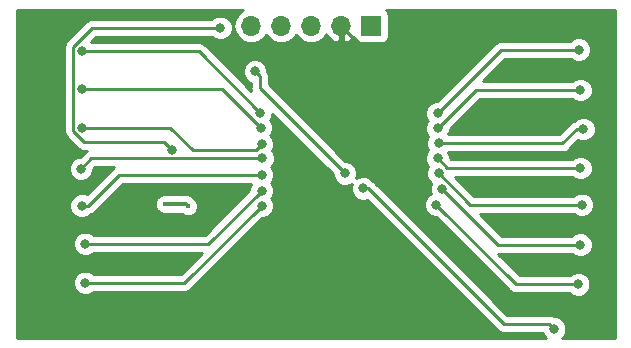
<source format=gbr>
G04 #@! TF.GenerationSoftware,KiCad,Pcbnew,(5.0.1-3-g963ef8bb5)*
G04 #@! TF.CreationDate,2018-12-19T14:50:12+08:00*
G04 #@! TF.ProjectId,16-LED-board,31362D4C45442D626F6172642E6B6963,1.0*
G04 #@! TF.SameCoordinates,Original*
G04 #@! TF.FileFunction,Copper,L2,Bot,Signal*
G04 #@! TF.FilePolarity,Positive*
%FSLAX46Y46*%
G04 Gerber Fmt 4.6, Leading zero omitted, Abs format (unit mm)*
G04 Created by KiCad (PCBNEW (5.0.1-3-g963ef8bb5)) date 2018 December 19, Wednesday 14:50:12*
%MOMM*%
%LPD*%
G01*
G04 APERTURE LIST*
G04 #@! TA.AperFunction,ComponentPad*
%ADD10R,1.700000X1.700000*%
G04 #@! TD*
G04 #@! TA.AperFunction,ComponentPad*
%ADD11O,1.700000X1.700000*%
G04 #@! TD*
G04 #@! TA.AperFunction,ViaPad*
%ADD12C,0.400000*%
G04 #@! TD*
G04 #@! TA.AperFunction,ViaPad*
%ADD13C,0.800000*%
G04 #@! TD*
G04 #@! TA.AperFunction,Conductor*
%ADD14C,0.380000*%
G04 #@! TD*
G04 #@! TA.AperFunction,Conductor*
%ADD15C,0.250000*%
G04 #@! TD*
G04 #@! TA.AperFunction,Conductor*
%ADD16C,0.254000*%
G04 #@! TD*
G04 APERTURE END LIST*
D10*
G04 #@! TO.P,J1,1*
G04 #@! TO.N,VCC*
X94234000Y-84582000D03*
D11*
G04 #@! TO.P,J1,2*
G04 #@! TO.N,GND*
X91694000Y-84582000D03*
G04 #@! TO.P,J1,3*
G04 #@! TO.N,/LATCH*
X89154000Y-84582000D03*
G04 #@! TO.P,J1,4*
G04 #@! TO.N,/CLOCK*
X86614000Y-84582000D03*
G04 #@! TO.P,J1,5*
G04 #@! TO.N,/DATA*
X84074000Y-84582000D03*
G04 #@! TD*
D12*
G04 #@! TO.N,VCC*
X76748000Y-99695000D03*
X78740000Y-99885500D03*
G04 #@! TO.N,GND*
X88519000Y-88959081D03*
X97853500Y-90741500D03*
D13*
G04 #@! TO.N,/led_1_2*
X70040500Y-106362500D03*
X84963000Y-99822000D03*
G04 #@! TO.N,/led_1_3*
X70040500Y-103060500D03*
X84963000Y-98552000D03*
G04 #@! TO.N,/led_1_4*
X69723000Y-99822000D03*
X84963000Y-97218500D03*
G04 #@! TO.N,/led_1_5*
X69659500Y-96710500D03*
X85031500Y-95826500D03*
G04 #@! TO.N,/led_1_6*
X69786500Y-93218000D03*
X84963000Y-94615000D03*
G04 #@! TO.N,/led_1_7*
X69723000Y-89916000D03*
X84899500Y-93218000D03*
G04 #@! TO.N,/led_1_8*
X69723000Y-86741000D03*
X69723000Y-86741000D03*
X84836000Y-91948000D03*
G04 #@! TO.N,/led_2_1*
X109728000Y-110236000D03*
X93560500Y-98356500D03*
G04 #@! TO.N,/led_2_2*
X111760000Y-106489500D03*
X111760000Y-106489500D03*
X99758500Y-99758500D03*
G04 #@! TO.N,/led_2_3*
X111950500Y-103124000D03*
X100261847Y-98429653D03*
G04 #@! TO.N,/led_2_4*
X112077500Y-99758500D03*
X112077500Y-99758500D03*
X99949000Y-97091500D03*
G04 #@! TO.N,/led_2_5*
X111950500Y-96647000D03*
X99860500Y-95826500D03*
G04 #@! TO.N,/led_2_6*
X112204500Y-93345000D03*
X99949000Y-94551500D03*
G04 #@! TO.N,/led_2_7*
X111950500Y-90043000D03*
X99860500Y-93276500D03*
G04 #@! TO.N,/led_2_8*
X111823500Y-86614000D03*
X99860500Y-92016500D03*
G04 #@! TO.N,/DATA*
X81470500Y-84772500D03*
X77406500Y-95101500D03*
G04 #@! TO.N,/DATA_S*
X84391500Y-88455500D03*
X92011500Y-97091500D03*
G04 #@! TD*
D14*
G04 #@! TO.N,VCC*
X78549500Y-99695000D02*
X78740000Y-99885500D01*
X76748000Y-99695000D02*
X78549500Y-99695000D01*
G04 #@! TO.N,GND*
X91694000Y-85784081D02*
X88519000Y-88959081D01*
X91694000Y-84582000D02*
X91694000Y-85784081D01*
X91694000Y-84582000D02*
X97853500Y-90741500D01*
D15*
G04 #@! TO.N,/led_1_2*
X70040500Y-106362500D02*
X78422500Y-106362500D01*
X78422500Y-106362500D02*
X84963000Y-99822000D01*
G04 #@! TO.N,/led_1_3*
X70040500Y-103060500D02*
X70606185Y-103060500D01*
X70606185Y-103060500D02*
X80454500Y-103060500D01*
X80454500Y-103060500D02*
X84963000Y-98552000D01*
G04 #@! TO.N,/led_1_4*
X70288685Y-99822000D02*
X72892185Y-97218500D01*
X69723000Y-99822000D02*
X70288685Y-99822000D01*
X72892185Y-97218500D02*
X84963000Y-97218500D01*
G04 #@! TO.N,/led_1_5*
X70543500Y-95826500D02*
X69659500Y-96710500D01*
X85031500Y-95826500D02*
X70543500Y-95826500D01*
G04 #@! TO.N,/led_1_6*
X69786500Y-93218000D02*
X77216000Y-93218000D01*
X77216000Y-93218000D02*
X79121000Y-95123000D01*
X84455000Y-95123000D02*
X84963000Y-94615000D01*
X79121000Y-95123000D02*
X84455000Y-95123000D01*
G04 #@! TO.N,/led_1_7*
X81597500Y-89916000D02*
X84899500Y-93218000D01*
X69723000Y-89916000D02*
X81597500Y-89916000D01*
G04 #@! TO.N,/led_1_8*
X69723000Y-86741000D02*
X79629000Y-86741000D01*
X79629000Y-86741000D02*
X84836000Y-91948000D01*
G04 #@! TO.N,/led_2_1*
X109328001Y-109836001D02*
X105454501Y-109836001D01*
X109728000Y-110236000D02*
X109328001Y-109836001D01*
X93975000Y-98356500D02*
X93560500Y-98356500D01*
X105454501Y-109836001D02*
X93975000Y-98356500D01*
G04 #@! TO.N,/led_2_2*
X111760000Y-106489500D02*
X106489500Y-106489500D01*
X106489500Y-106489500D02*
X99758500Y-99758500D01*
G04 #@! TO.N,/led_2_3*
X111950500Y-103124000D02*
X104965500Y-103124000D01*
X100266500Y-98425000D02*
X100261847Y-98429653D01*
X104965500Y-103124000D02*
X100261847Y-98429653D01*
G04 #@! TO.N,/led_2_4*
X112077500Y-99758500D02*
X102616000Y-99758500D01*
X102616000Y-99758500D02*
X99949000Y-97091500D01*
G04 #@! TO.N,/led_2_5*
X100681000Y-96647000D02*
X99860500Y-95826500D01*
X111950500Y-96647000D02*
X100681000Y-96647000D01*
G04 #@! TO.N,/led_2_6*
X111638815Y-93345000D02*
X110432315Y-94551500D01*
X112204500Y-93345000D02*
X111638815Y-93345000D01*
X110432315Y-94551500D02*
X99949000Y-94551500D01*
G04 #@! TO.N,/led_2_7*
X103094000Y-90043000D02*
X99860500Y-93276500D01*
X111950500Y-90043000D02*
X103094000Y-90043000D01*
G04 #@! TO.N,/led_2_8*
X105263000Y-86614000D02*
X99860500Y-92016500D01*
X111823500Y-86614000D02*
X105263000Y-86614000D01*
G04 #@! TO.N,/DATA*
X68997999Y-86392999D02*
X70618498Y-84772500D01*
X68997999Y-93502501D02*
X68997999Y-86392999D01*
X69919998Y-94424500D02*
X68997999Y-93502501D01*
X70618498Y-84772500D02*
X81470500Y-84772500D01*
X76729500Y-94424500D02*
X77406500Y-95101500D01*
X69919998Y-94424500D02*
X76729500Y-94424500D01*
G04 #@! TO.N,/DATA_S*
X84791499Y-88855499D02*
X84791499Y-89871499D01*
X84391500Y-88455500D02*
X84791499Y-88855499D01*
X84791499Y-89871499D02*
X92011500Y-97091500D01*
G04 #@! TD*
D16*
G04 #@! TO.N,GND*
G36*
X83003375Y-83511375D02*
X82675161Y-84002582D01*
X82559908Y-84582000D01*
X82675161Y-85161418D01*
X83003375Y-85652625D01*
X83494582Y-85980839D01*
X83927744Y-86067000D01*
X84220256Y-86067000D01*
X84653418Y-85980839D01*
X85144625Y-85652625D01*
X85344000Y-85354239D01*
X85543375Y-85652625D01*
X86034582Y-85980839D01*
X86467744Y-86067000D01*
X86760256Y-86067000D01*
X87193418Y-85980839D01*
X87684625Y-85652625D01*
X87884000Y-85354239D01*
X88083375Y-85652625D01*
X88574582Y-85980839D01*
X89007744Y-86067000D01*
X89300256Y-86067000D01*
X89733418Y-85980839D01*
X90224625Y-85652625D01*
X90437843Y-85333522D01*
X90498817Y-85463358D01*
X90927076Y-85853645D01*
X91337110Y-86023476D01*
X91567000Y-85902155D01*
X91567000Y-84709000D01*
X91547000Y-84709000D01*
X91547000Y-84455000D01*
X91567000Y-84455000D01*
X91567000Y-84435000D01*
X91821000Y-84435000D01*
X91821000Y-84455000D01*
X91841000Y-84455000D01*
X91841000Y-84709000D01*
X91821000Y-84709000D01*
X91821000Y-85902155D01*
X92050890Y-86023476D01*
X92460924Y-85853645D01*
X92765261Y-85576292D01*
X92785843Y-85679765D01*
X92926191Y-85889809D01*
X93136235Y-86030157D01*
X93384000Y-86079440D01*
X95084000Y-86079440D01*
X95331765Y-86030157D01*
X95541809Y-85889809D01*
X95682157Y-85679765D01*
X95731440Y-85432000D01*
X95731440Y-83732000D01*
X95682157Y-83484235D01*
X95541809Y-83274191D01*
X95520571Y-83260000D01*
X114860000Y-83260000D01*
X114860001Y-110420070D01*
X114860000Y-110420075D01*
X114860000Y-111050000D01*
X110377711Y-111050000D01*
X110605431Y-110822280D01*
X110763000Y-110441874D01*
X110763000Y-110030126D01*
X110605431Y-109649720D01*
X110314280Y-109358569D01*
X109933874Y-109201000D01*
X109745618Y-109201000D01*
X109624538Y-109120097D01*
X109402853Y-109076001D01*
X109402848Y-109076001D01*
X109328001Y-109061113D01*
X109253154Y-109076001D01*
X105769303Y-109076001D01*
X96245928Y-99552626D01*
X98723500Y-99552626D01*
X98723500Y-99964374D01*
X98881069Y-100344780D01*
X99172220Y-100635931D01*
X99552626Y-100793500D01*
X99718699Y-100793500D01*
X105899173Y-106973976D01*
X105941571Y-107037429D01*
X106005024Y-107079827D01*
X106005026Y-107079829D01*
X106091170Y-107137388D01*
X106192963Y-107205404D01*
X106414648Y-107249500D01*
X106414652Y-107249500D01*
X106489499Y-107264388D01*
X106564346Y-107249500D01*
X111056289Y-107249500D01*
X111173720Y-107366931D01*
X111554126Y-107524500D01*
X111965874Y-107524500D01*
X112346280Y-107366931D01*
X112637431Y-107075780D01*
X112795000Y-106695374D01*
X112795000Y-106283626D01*
X112637431Y-105903220D01*
X112346280Y-105612069D01*
X111965874Y-105454500D01*
X111554126Y-105454500D01*
X111173720Y-105612069D01*
X111056289Y-105729500D01*
X106804303Y-105729500D01*
X104972453Y-103897651D01*
X105040729Y-103884000D01*
X111246789Y-103884000D01*
X111364220Y-104001431D01*
X111744626Y-104159000D01*
X112156374Y-104159000D01*
X112536780Y-104001431D01*
X112827931Y-103710280D01*
X112985500Y-103329874D01*
X112985500Y-102918126D01*
X112827931Y-102537720D01*
X112536780Y-102246569D01*
X112156374Y-102089000D01*
X111744626Y-102089000D01*
X111364220Y-102246569D01*
X111246789Y-102364000D01*
X105279861Y-102364000D01*
X103430702Y-100518500D01*
X111373789Y-100518500D01*
X111491220Y-100635931D01*
X111871626Y-100793500D01*
X112283374Y-100793500D01*
X112663780Y-100635931D01*
X112954931Y-100344780D01*
X113112500Y-99964374D01*
X113112500Y-99552626D01*
X112954931Y-99172220D01*
X112663780Y-98881069D01*
X112283374Y-98723500D01*
X111871626Y-98723500D01*
X111491220Y-98881069D01*
X111373789Y-98998500D01*
X102930802Y-98998500D01*
X101339301Y-97407000D01*
X111246789Y-97407000D01*
X111364220Y-97524431D01*
X111744626Y-97682000D01*
X112156374Y-97682000D01*
X112536780Y-97524431D01*
X112827931Y-97233280D01*
X112985500Y-96852874D01*
X112985500Y-96441126D01*
X112827931Y-96060720D01*
X112536780Y-95769569D01*
X112156374Y-95612000D01*
X111744626Y-95612000D01*
X111364220Y-95769569D01*
X111246789Y-95887000D01*
X100995802Y-95887000D01*
X100895500Y-95786698D01*
X100895500Y-95620626D01*
X100767456Y-95311500D01*
X110357468Y-95311500D01*
X110432315Y-95326388D01*
X110507162Y-95311500D01*
X110507167Y-95311500D01*
X110728852Y-95267404D01*
X110980244Y-95099429D01*
X111022646Y-95035970D01*
X111772345Y-94286272D01*
X111998626Y-94380000D01*
X112410374Y-94380000D01*
X112790780Y-94222431D01*
X113081931Y-93931280D01*
X113239500Y-93550874D01*
X113239500Y-93139126D01*
X113081931Y-92758720D01*
X112790780Y-92467569D01*
X112410374Y-92310000D01*
X111998626Y-92310000D01*
X111618220Y-92467569D01*
X111485103Y-92600686D01*
X111390420Y-92619520D01*
X111342277Y-92629096D01*
X111194837Y-92727613D01*
X111090886Y-92797071D01*
X111048486Y-92860527D01*
X110117514Y-93791500D01*
X100767456Y-93791500D01*
X100895500Y-93482374D01*
X100895500Y-93316301D01*
X103408802Y-90803000D01*
X111246789Y-90803000D01*
X111364220Y-90920431D01*
X111744626Y-91078000D01*
X112156374Y-91078000D01*
X112536780Y-90920431D01*
X112827931Y-90629280D01*
X112985500Y-90248874D01*
X112985500Y-89837126D01*
X112827931Y-89456720D01*
X112536780Y-89165569D01*
X112156374Y-89008000D01*
X111744626Y-89008000D01*
X111364220Y-89165569D01*
X111246789Y-89283000D01*
X103668802Y-89283000D01*
X105577802Y-87374000D01*
X111119789Y-87374000D01*
X111237220Y-87491431D01*
X111617626Y-87649000D01*
X112029374Y-87649000D01*
X112409780Y-87491431D01*
X112700931Y-87200280D01*
X112858500Y-86819874D01*
X112858500Y-86408126D01*
X112700931Y-86027720D01*
X112409780Y-85736569D01*
X112029374Y-85579000D01*
X111617626Y-85579000D01*
X111237220Y-85736569D01*
X111119789Y-85854000D01*
X105337848Y-85854000D01*
X105263000Y-85839112D01*
X105188152Y-85854000D01*
X105188148Y-85854000D01*
X105014605Y-85888520D01*
X104966462Y-85898096D01*
X104779418Y-86023076D01*
X104715071Y-86066071D01*
X104672671Y-86129527D01*
X99820699Y-90981500D01*
X99654626Y-90981500D01*
X99274220Y-91139069D01*
X98983069Y-91430220D01*
X98825500Y-91810626D01*
X98825500Y-92222374D01*
X98983069Y-92602780D01*
X99026789Y-92646500D01*
X98983069Y-92690220D01*
X98825500Y-93070626D01*
X98825500Y-93482374D01*
X98983069Y-93862780D01*
X99078539Y-93958250D01*
X99071569Y-93965220D01*
X98914000Y-94345626D01*
X98914000Y-94757374D01*
X99071569Y-95137780D01*
X99078539Y-95144750D01*
X98983069Y-95240220D01*
X98825500Y-95620626D01*
X98825500Y-96032374D01*
X98983069Y-96412780D01*
X99073539Y-96503250D01*
X99071569Y-96505220D01*
X98914000Y-96885626D01*
X98914000Y-97297374D01*
X99071569Y-97677780D01*
X99341286Y-97947497D01*
X99226847Y-98223779D01*
X99226847Y-98635527D01*
X99305659Y-98825797D01*
X99172220Y-98881069D01*
X98881069Y-99172220D01*
X98723500Y-99552626D01*
X96245928Y-99552626D01*
X94565331Y-97872030D01*
X94522929Y-97808571D01*
X94382350Y-97714639D01*
X94146780Y-97479069D01*
X93766374Y-97321500D01*
X93354626Y-97321500D01*
X92974220Y-97479069D01*
X92969132Y-97484157D01*
X93046500Y-97297374D01*
X93046500Y-96885626D01*
X92888931Y-96505220D01*
X92597780Y-96214069D01*
X92217374Y-96056500D01*
X92051303Y-96056500D01*
X85551499Y-89556698D01*
X85551499Y-88930345D01*
X85566387Y-88855498D01*
X85551499Y-88780651D01*
X85551499Y-88780647D01*
X85507403Y-88558962D01*
X85426500Y-88437882D01*
X85426500Y-88249626D01*
X85268931Y-87869220D01*
X84977780Y-87578069D01*
X84597374Y-87420500D01*
X84185626Y-87420500D01*
X83805220Y-87578069D01*
X83514069Y-87869220D01*
X83356500Y-88249626D01*
X83356500Y-88661374D01*
X83514069Y-89041780D01*
X83805220Y-89332931D01*
X84031500Y-89426659D01*
X84031500Y-89796648D01*
X84016611Y-89871499D01*
X84031500Y-89946351D01*
X84061879Y-90099078D01*
X80219331Y-86256530D01*
X80176929Y-86193071D01*
X79925537Y-86025096D01*
X79703852Y-85981000D01*
X79703847Y-85981000D01*
X79629000Y-85966112D01*
X79554153Y-85981000D01*
X70484800Y-85981000D01*
X70933300Y-85532500D01*
X80766789Y-85532500D01*
X80884220Y-85649931D01*
X81264626Y-85807500D01*
X81676374Y-85807500D01*
X82056780Y-85649931D01*
X82347931Y-85358780D01*
X82505500Y-84978374D01*
X82505500Y-84566626D01*
X82347931Y-84186220D01*
X82056780Y-83895069D01*
X81676374Y-83737500D01*
X81264626Y-83737500D01*
X80884220Y-83895069D01*
X80766789Y-84012500D01*
X70693346Y-84012500D01*
X70618498Y-83997612D01*
X70543650Y-84012500D01*
X70543646Y-84012500D01*
X70370103Y-84047020D01*
X70321960Y-84056596D01*
X70134916Y-84181576D01*
X70070569Y-84224571D01*
X70028169Y-84288027D01*
X68513527Y-85802670D01*
X68450071Y-85845070D01*
X68407671Y-85908526D01*
X68407670Y-85908527D01*
X68282096Y-86096462D01*
X68223111Y-86392999D01*
X68238000Y-86467851D01*
X68237999Y-93427654D01*
X68223111Y-93502501D01*
X68237999Y-93577348D01*
X68237999Y-93577352D01*
X68282095Y-93799037D01*
X68450070Y-94050430D01*
X68513528Y-94092832D01*
X69329671Y-94908975D01*
X69372069Y-94972429D01*
X69435522Y-95014827D01*
X69435524Y-95014829D01*
X69512856Y-95066500D01*
X69623461Y-95140404D01*
X69845146Y-95184500D01*
X69845150Y-95184500D01*
X69919997Y-95199388D01*
X69994844Y-95184500D01*
X70136358Y-95184500D01*
X70111245Y-95201280D01*
X69995571Y-95278571D01*
X69953171Y-95342027D01*
X69619698Y-95675500D01*
X69453626Y-95675500D01*
X69073220Y-95833069D01*
X68782069Y-96124220D01*
X68624500Y-96504626D01*
X68624500Y-96916374D01*
X68782069Y-97296780D01*
X69073220Y-97587931D01*
X69453626Y-97745500D01*
X69865374Y-97745500D01*
X70245780Y-97587931D01*
X70536931Y-97296780D01*
X70694500Y-96916374D01*
X70694500Y-96750302D01*
X70858302Y-96586500D01*
X72470077Y-96586500D01*
X72344256Y-96670571D01*
X72301856Y-96734027D01*
X70155155Y-98880729D01*
X69928874Y-98787000D01*
X69517126Y-98787000D01*
X69136720Y-98944569D01*
X68845569Y-99235720D01*
X68688000Y-99616126D01*
X68688000Y-100027874D01*
X68845569Y-100408280D01*
X69136720Y-100699431D01*
X69517126Y-100857000D01*
X69928874Y-100857000D01*
X70309280Y-100699431D01*
X70442397Y-100566314D01*
X70585222Y-100537904D01*
X70836614Y-100369929D01*
X70879016Y-100306470D01*
X71490486Y-99695000D01*
X75906838Y-99695000D01*
X75913000Y-99725978D01*
X75913000Y-99861092D01*
X75964706Y-99985923D01*
X75970868Y-100016899D01*
X75988414Y-100043159D01*
X76040121Y-100167990D01*
X76135664Y-100263533D01*
X76153209Y-100289791D01*
X76179467Y-100307336D01*
X76275010Y-100402879D01*
X76399841Y-100454586D01*
X76426101Y-100472132D01*
X76457077Y-100478294D01*
X76581908Y-100530000D01*
X76914092Y-100530000D01*
X76938234Y-100520000D01*
X78193631Y-100520000D01*
X78267010Y-100593379D01*
X78391843Y-100645087D01*
X78418102Y-100662632D01*
X78449076Y-100668793D01*
X78573908Y-100720500D01*
X78709026Y-100720500D01*
X78740000Y-100726661D01*
X78770974Y-100720500D01*
X78906092Y-100720500D01*
X79030924Y-100668793D01*
X79061898Y-100662632D01*
X79088157Y-100645087D01*
X79212990Y-100593379D01*
X79308533Y-100497836D01*
X79334791Y-100480291D01*
X79352336Y-100454033D01*
X79447879Y-100358490D01*
X79499587Y-100233657D01*
X79517132Y-100207398D01*
X79523293Y-100176424D01*
X79575000Y-100051592D01*
X79575000Y-99916474D01*
X79581161Y-99885500D01*
X79575000Y-99854526D01*
X79575000Y-99719408D01*
X79523293Y-99594576D01*
X79517132Y-99563602D01*
X79499587Y-99537343D01*
X79447879Y-99412510D01*
X79212990Y-99177621D01*
X79189521Y-99167900D01*
X79144291Y-99100209D01*
X78871399Y-98917868D01*
X78630751Y-98870000D01*
X78630747Y-98870000D01*
X78549500Y-98853839D01*
X78468253Y-98870000D01*
X76938234Y-98870000D01*
X76914092Y-98860000D01*
X76581908Y-98860000D01*
X76457077Y-98911706D01*
X76426101Y-98917868D01*
X76399841Y-98935414D01*
X76275010Y-98987121D01*
X76179467Y-99082664D01*
X76153209Y-99100209D01*
X76135664Y-99126467D01*
X76040121Y-99222010D01*
X75988414Y-99346841D01*
X75970868Y-99373101D01*
X75964706Y-99404077D01*
X75913000Y-99528908D01*
X75913000Y-99664022D01*
X75906838Y-99695000D01*
X71490486Y-99695000D01*
X73206987Y-97978500D01*
X84080275Y-97978500D01*
X83928000Y-98346126D01*
X83928000Y-98512198D01*
X80139699Y-102300500D01*
X70744211Y-102300500D01*
X70626780Y-102183069D01*
X70246374Y-102025500D01*
X69834626Y-102025500D01*
X69454220Y-102183069D01*
X69163069Y-102474220D01*
X69005500Y-102854626D01*
X69005500Y-103266374D01*
X69163069Y-103646780D01*
X69454220Y-103937931D01*
X69834626Y-104095500D01*
X70246374Y-104095500D01*
X70626780Y-103937931D01*
X70744211Y-103820500D01*
X79889699Y-103820500D01*
X78107699Y-105602500D01*
X70744211Y-105602500D01*
X70626780Y-105485069D01*
X70246374Y-105327500D01*
X69834626Y-105327500D01*
X69454220Y-105485069D01*
X69163069Y-105776220D01*
X69005500Y-106156626D01*
X69005500Y-106568374D01*
X69163069Y-106948780D01*
X69454220Y-107239931D01*
X69834626Y-107397500D01*
X70246374Y-107397500D01*
X70626780Y-107239931D01*
X70744211Y-107122500D01*
X78347653Y-107122500D01*
X78422500Y-107137388D01*
X78497347Y-107122500D01*
X78497352Y-107122500D01*
X78719037Y-107078404D01*
X78970429Y-106910429D01*
X79012831Y-106846970D01*
X85002802Y-100857000D01*
X85168874Y-100857000D01*
X85549280Y-100699431D01*
X85840431Y-100408280D01*
X85998000Y-100027874D01*
X85998000Y-99616126D01*
X85840431Y-99235720D01*
X85791711Y-99187000D01*
X85840431Y-99138280D01*
X85998000Y-98757874D01*
X85998000Y-98346126D01*
X85840431Y-97965720D01*
X85759961Y-97885250D01*
X85840431Y-97804780D01*
X85998000Y-97424374D01*
X85998000Y-97012626D01*
X85840431Y-96632220D01*
X85764961Y-96556750D01*
X85908931Y-96412780D01*
X86066500Y-96032374D01*
X86066500Y-95620626D01*
X85908931Y-95240220D01*
X85849089Y-95180378D01*
X85998000Y-94820874D01*
X85998000Y-94409126D01*
X85840431Y-94028720D01*
X85696461Y-93884750D01*
X85776931Y-93804280D01*
X85934500Y-93423874D01*
X85934500Y-93012126D01*
X85776931Y-92631720D01*
X85696461Y-92551250D01*
X85713431Y-92534280D01*
X85871000Y-92153874D01*
X85871000Y-92025801D01*
X90976500Y-97131303D01*
X90976500Y-97297374D01*
X91134069Y-97677780D01*
X91425220Y-97968931D01*
X91805626Y-98126500D01*
X92217374Y-98126500D01*
X92597780Y-97968931D01*
X92602868Y-97963843D01*
X92525500Y-98150626D01*
X92525500Y-98562374D01*
X92683069Y-98942780D01*
X92974220Y-99233931D01*
X93354626Y-99391500D01*
X93766374Y-99391500D01*
X93885751Y-99342052D01*
X104864171Y-110320473D01*
X104906572Y-110383930D01*
X105157964Y-110551905D01*
X105379649Y-110596001D01*
X105379653Y-110596001D01*
X105454500Y-110610889D01*
X105529347Y-110596001D01*
X108756841Y-110596001D01*
X108850569Y-110822280D01*
X109078289Y-111050000D01*
X64210000Y-111050000D01*
X64210000Y-83260000D01*
X83379584Y-83260000D01*
X83003375Y-83511375D01*
X83003375Y-83511375D01*
G37*
X83003375Y-83511375D02*
X82675161Y-84002582D01*
X82559908Y-84582000D01*
X82675161Y-85161418D01*
X83003375Y-85652625D01*
X83494582Y-85980839D01*
X83927744Y-86067000D01*
X84220256Y-86067000D01*
X84653418Y-85980839D01*
X85144625Y-85652625D01*
X85344000Y-85354239D01*
X85543375Y-85652625D01*
X86034582Y-85980839D01*
X86467744Y-86067000D01*
X86760256Y-86067000D01*
X87193418Y-85980839D01*
X87684625Y-85652625D01*
X87884000Y-85354239D01*
X88083375Y-85652625D01*
X88574582Y-85980839D01*
X89007744Y-86067000D01*
X89300256Y-86067000D01*
X89733418Y-85980839D01*
X90224625Y-85652625D01*
X90437843Y-85333522D01*
X90498817Y-85463358D01*
X90927076Y-85853645D01*
X91337110Y-86023476D01*
X91567000Y-85902155D01*
X91567000Y-84709000D01*
X91547000Y-84709000D01*
X91547000Y-84455000D01*
X91567000Y-84455000D01*
X91567000Y-84435000D01*
X91821000Y-84435000D01*
X91821000Y-84455000D01*
X91841000Y-84455000D01*
X91841000Y-84709000D01*
X91821000Y-84709000D01*
X91821000Y-85902155D01*
X92050890Y-86023476D01*
X92460924Y-85853645D01*
X92765261Y-85576292D01*
X92785843Y-85679765D01*
X92926191Y-85889809D01*
X93136235Y-86030157D01*
X93384000Y-86079440D01*
X95084000Y-86079440D01*
X95331765Y-86030157D01*
X95541809Y-85889809D01*
X95682157Y-85679765D01*
X95731440Y-85432000D01*
X95731440Y-83732000D01*
X95682157Y-83484235D01*
X95541809Y-83274191D01*
X95520571Y-83260000D01*
X114860000Y-83260000D01*
X114860001Y-110420070D01*
X114860000Y-110420075D01*
X114860000Y-111050000D01*
X110377711Y-111050000D01*
X110605431Y-110822280D01*
X110763000Y-110441874D01*
X110763000Y-110030126D01*
X110605431Y-109649720D01*
X110314280Y-109358569D01*
X109933874Y-109201000D01*
X109745618Y-109201000D01*
X109624538Y-109120097D01*
X109402853Y-109076001D01*
X109402848Y-109076001D01*
X109328001Y-109061113D01*
X109253154Y-109076001D01*
X105769303Y-109076001D01*
X96245928Y-99552626D01*
X98723500Y-99552626D01*
X98723500Y-99964374D01*
X98881069Y-100344780D01*
X99172220Y-100635931D01*
X99552626Y-100793500D01*
X99718699Y-100793500D01*
X105899173Y-106973976D01*
X105941571Y-107037429D01*
X106005024Y-107079827D01*
X106005026Y-107079829D01*
X106091170Y-107137388D01*
X106192963Y-107205404D01*
X106414648Y-107249500D01*
X106414652Y-107249500D01*
X106489499Y-107264388D01*
X106564346Y-107249500D01*
X111056289Y-107249500D01*
X111173720Y-107366931D01*
X111554126Y-107524500D01*
X111965874Y-107524500D01*
X112346280Y-107366931D01*
X112637431Y-107075780D01*
X112795000Y-106695374D01*
X112795000Y-106283626D01*
X112637431Y-105903220D01*
X112346280Y-105612069D01*
X111965874Y-105454500D01*
X111554126Y-105454500D01*
X111173720Y-105612069D01*
X111056289Y-105729500D01*
X106804303Y-105729500D01*
X104972453Y-103897651D01*
X105040729Y-103884000D01*
X111246789Y-103884000D01*
X111364220Y-104001431D01*
X111744626Y-104159000D01*
X112156374Y-104159000D01*
X112536780Y-104001431D01*
X112827931Y-103710280D01*
X112985500Y-103329874D01*
X112985500Y-102918126D01*
X112827931Y-102537720D01*
X112536780Y-102246569D01*
X112156374Y-102089000D01*
X111744626Y-102089000D01*
X111364220Y-102246569D01*
X111246789Y-102364000D01*
X105279861Y-102364000D01*
X103430702Y-100518500D01*
X111373789Y-100518500D01*
X111491220Y-100635931D01*
X111871626Y-100793500D01*
X112283374Y-100793500D01*
X112663780Y-100635931D01*
X112954931Y-100344780D01*
X113112500Y-99964374D01*
X113112500Y-99552626D01*
X112954931Y-99172220D01*
X112663780Y-98881069D01*
X112283374Y-98723500D01*
X111871626Y-98723500D01*
X111491220Y-98881069D01*
X111373789Y-98998500D01*
X102930802Y-98998500D01*
X101339301Y-97407000D01*
X111246789Y-97407000D01*
X111364220Y-97524431D01*
X111744626Y-97682000D01*
X112156374Y-97682000D01*
X112536780Y-97524431D01*
X112827931Y-97233280D01*
X112985500Y-96852874D01*
X112985500Y-96441126D01*
X112827931Y-96060720D01*
X112536780Y-95769569D01*
X112156374Y-95612000D01*
X111744626Y-95612000D01*
X111364220Y-95769569D01*
X111246789Y-95887000D01*
X100995802Y-95887000D01*
X100895500Y-95786698D01*
X100895500Y-95620626D01*
X100767456Y-95311500D01*
X110357468Y-95311500D01*
X110432315Y-95326388D01*
X110507162Y-95311500D01*
X110507167Y-95311500D01*
X110728852Y-95267404D01*
X110980244Y-95099429D01*
X111022646Y-95035970D01*
X111772345Y-94286272D01*
X111998626Y-94380000D01*
X112410374Y-94380000D01*
X112790780Y-94222431D01*
X113081931Y-93931280D01*
X113239500Y-93550874D01*
X113239500Y-93139126D01*
X113081931Y-92758720D01*
X112790780Y-92467569D01*
X112410374Y-92310000D01*
X111998626Y-92310000D01*
X111618220Y-92467569D01*
X111485103Y-92600686D01*
X111390420Y-92619520D01*
X111342277Y-92629096D01*
X111194837Y-92727613D01*
X111090886Y-92797071D01*
X111048486Y-92860527D01*
X110117514Y-93791500D01*
X100767456Y-93791500D01*
X100895500Y-93482374D01*
X100895500Y-93316301D01*
X103408802Y-90803000D01*
X111246789Y-90803000D01*
X111364220Y-90920431D01*
X111744626Y-91078000D01*
X112156374Y-91078000D01*
X112536780Y-90920431D01*
X112827931Y-90629280D01*
X112985500Y-90248874D01*
X112985500Y-89837126D01*
X112827931Y-89456720D01*
X112536780Y-89165569D01*
X112156374Y-89008000D01*
X111744626Y-89008000D01*
X111364220Y-89165569D01*
X111246789Y-89283000D01*
X103668802Y-89283000D01*
X105577802Y-87374000D01*
X111119789Y-87374000D01*
X111237220Y-87491431D01*
X111617626Y-87649000D01*
X112029374Y-87649000D01*
X112409780Y-87491431D01*
X112700931Y-87200280D01*
X112858500Y-86819874D01*
X112858500Y-86408126D01*
X112700931Y-86027720D01*
X112409780Y-85736569D01*
X112029374Y-85579000D01*
X111617626Y-85579000D01*
X111237220Y-85736569D01*
X111119789Y-85854000D01*
X105337848Y-85854000D01*
X105263000Y-85839112D01*
X105188152Y-85854000D01*
X105188148Y-85854000D01*
X105014605Y-85888520D01*
X104966462Y-85898096D01*
X104779418Y-86023076D01*
X104715071Y-86066071D01*
X104672671Y-86129527D01*
X99820699Y-90981500D01*
X99654626Y-90981500D01*
X99274220Y-91139069D01*
X98983069Y-91430220D01*
X98825500Y-91810626D01*
X98825500Y-92222374D01*
X98983069Y-92602780D01*
X99026789Y-92646500D01*
X98983069Y-92690220D01*
X98825500Y-93070626D01*
X98825500Y-93482374D01*
X98983069Y-93862780D01*
X99078539Y-93958250D01*
X99071569Y-93965220D01*
X98914000Y-94345626D01*
X98914000Y-94757374D01*
X99071569Y-95137780D01*
X99078539Y-95144750D01*
X98983069Y-95240220D01*
X98825500Y-95620626D01*
X98825500Y-96032374D01*
X98983069Y-96412780D01*
X99073539Y-96503250D01*
X99071569Y-96505220D01*
X98914000Y-96885626D01*
X98914000Y-97297374D01*
X99071569Y-97677780D01*
X99341286Y-97947497D01*
X99226847Y-98223779D01*
X99226847Y-98635527D01*
X99305659Y-98825797D01*
X99172220Y-98881069D01*
X98881069Y-99172220D01*
X98723500Y-99552626D01*
X96245928Y-99552626D01*
X94565331Y-97872030D01*
X94522929Y-97808571D01*
X94382350Y-97714639D01*
X94146780Y-97479069D01*
X93766374Y-97321500D01*
X93354626Y-97321500D01*
X92974220Y-97479069D01*
X92969132Y-97484157D01*
X93046500Y-97297374D01*
X93046500Y-96885626D01*
X92888931Y-96505220D01*
X92597780Y-96214069D01*
X92217374Y-96056500D01*
X92051303Y-96056500D01*
X85551499Y-89556698D01*
X85551499Y-88930345D01*
X85566387Y-88855498D01*
X85551499Y-88780651D01*
X85551499Y-88780647D01*
X85507403Y-88558962D01*
X85426500Y-88437882D01*
X85426500Y-88249626D01*
X85268931Y-87869220D01*
X84977780Y-87578069D01*
X84597374Y-87420500D01*
X84185626Y-87420500D01*
X83805220Y-87578069D01*
X83514069Y-87869220D01*
X83356500Y-88249626D01*
X83356500Y-88661374D01*
X83514069Y-89041780D01*
X83805220Y-89332931D01*
X84031500Y-89426659D01*
X84031500Y-89796648D01*
X84016611Y-89871499D01*
X84031500Y-89946351D01*
X84061879Y-90099078D01*
X80219331Y-86256530D01*
X80176929Y-86193071D01*
X79925537Y-86025096D01*
X79703852Y-85981000D01*
X79703847Y-85981000D01*
X79629000Y-85966112D01*
X79554153Y-85981000D01*
X70484800Y-85981000D01*
X70933300Y-85532500D01*
X80766789Y-85532500D01*
X80884220Y-85649931D01*
X81264626Y-85807500D01*
X81676374Y-85807500D01*
X82056780Y-85649931D01*
X82347931Y-85358780D01*
X82505500Y-84978374D01*
X82505500Y-84566626D01*
X82347931Y-84186220D01*
X82056780Y-83895069D01*
X81676374Y-83737500D01*
X81264626Y-83737500D01*
X80884220Y-83895069D01*
X80766789Y-84012500D01*
X70693346Y-84012500D01*
X70618498Y-83997612D01*
X70543650Y-84012500D01*
X70543646Y-84012500D01*
X70370103Y-84047020D01*
X70321960Y-84056596D01*
X70134916Y-84181576D01*
X70070569Y-84224571D01*
X70028169Y-84288027D01*
X68513527Y-85802670D01*
X68450071Y-85845070D01*
X68407671Y-85908526D01*
X68407670Y-85908527D01*
X68282096Y-86096462D01*
X68223111Y-86392999D01*
X68238000Y-86467851D01*
X68237999Y-93427654D01*
X68223111Y-93502501D01*
X68237999Y-93577348D01*
X68237999Y-93577352D01*
X68282095Y-93799037D01*
X68450070Y-94050430D01*
X68513528Y-94092832D01*
X69329671Y-94908975D01*
X69372069Y-94972429D01*
X69435522Y-95014827D01*
X69435524Y-95014829D01*
X69512856Y-95066500D01*
X69623461Y-95140404D01*
X69845146Y-95184500D01*
X69845150Y-95184500D01*
X69919997Y-95199388D01*
X69994844Y-95184500D01*
X70136358Y-95184500D01*
X70111245Y-95201280D01*
X69995571Y-95278571D01*
X69953171Y-95342027D01*
X69619698Y-95675500D01*
X69453626Y-95675500D01*
X69073220Y-95833069D01*
X68782069Y-96124220D01*
X68624500Y-96504626D01*
X68624500Y-96916374D01*
X68782069Y-97296780D01*
X69073220Y-97587931D01*
X69453626Y-97745500D01*
X69865374Y-97745500D01*
X70245780Y-97587931D01*
X70536931Y-97296780D01*
X70694500Y-96916374D01*
X70694500Y-96750302D01*
X70858302Y-96586500D01*
X72470077Y-96586500D01*
X72344256Y-96670571D01*
X72301856Y-96734027D01*
X70155155Y-98880729D01*
X69928874Y-98787000D01*
X69517126Y-98787000D01*
X69136720Y-98944569D01*
X68845569Y-99235720D01*
X68688000Y-99616126D01*
X68688000Y-100027874D01*
X68845569Y-100408280D01*
X69136720Y-100699431D01*
X69517126Y-100857000D01*
X69928874Y-100857000D01*
X70309280Y-100699431D01*
X70442397Y-100566314D01*
X70585222Y-100537904D01*
X70836614Y-100369929D01*
X70879016Y-100306470D01*
X71490486Y-99695000D01*
X75906838Y-99695000D01*
X75913000Y-99725978D01*
X75913000Y-99861092D01*
X75964706Y-99985923D01*
X75970868Y-100016899D01*
X75988414Y-100043159D01*
X76040121Y-100167990D01*
X76135664Y-100263533D01*
X76153209Y-100289791D01*
X76179467Y-100307336D01*
X76275010Y-100402879D01*
X76399841Y-100454586D01*
X76426101Y-100472132D01*
X76457077Y-100478294D01*
X76581908Y-100530000D01*
X76914092Y-100530000D01*
X76938234Y-100520000D01*
X78193631Y-100520000D01*
X78267010Y-100593379D01*
X78391843Y-100645087D01*
X78418102Y-100662632D01*
X78449076Y-100668793D01*
X78573908Y-100720500D01*
X78709026Y-100720500D01*
X78740000Y-100726661D01*
X78770974Y-100720500D01*
X78906092Y-100720500D01*
X79030924Y-100668793D01*
X79061898Y-100662632D01*
X79088157Y-100645087D01*
X79212990Y-100593379D01*
X79308533Y-100497836D01*
X79334791Y-100480291D01*
X79352336Y-100454033D01*
X79447879Y-100358490D01*
X79499587Y-100233657D01*
X79517132Y-100207398D01*
X79523293Y-100176424D01*
X79575000Y-100051592D01*
X79575000Y-99916474D01*
X79581161Y-99885500D01*
X79575000Y-99854526D01*
X79575000Y-99719408D01*
X79523293Y-99594576D01*
X79517132Y-99563602D01*
X79499587Y-99537343D01*
X79447879Y-99412510D01*
X79212990Y-99177621D01*
X79189521Y-99167900D01*
X79144291Y-99100209D01*
X78871399Y-98917868D01*
X78630751Y-98870000D01*
X78630747Y-98870000D01*
X78549500Y-98853839D01*
X78468253Y-98870000D01*
X76938234Y-98870000D01*
X76914092Y-98860000D01*
X76581908Y-98860000D01*
X76457077Y-98911706D01*
X76426101Y-98917868D01*
X76399841Y-98935414D01*
X76275010Y-98987121D01*
X76179467Y-99082664D01*
X76153209Y-99100209D01*
X76135664Y-99126467D01*
X76040121Y-99222010D01*
X75988414Y-99346841D01*
X75970868Y-99373101D01*
X75964706Y-99404077D01*
X75913000Y-99528908D01*
X75913000Y-99664022D01*
X75906838Y-99695000D01*
X71490486Y-99695000D01*
X73206987Y-97978500D01*
X84080275Y-97978500D01*
X83928000Y-98346126D01*
X83928000Y-98512198D01*
X80139699Y-102300500D01*
X70744211Y-102300500D01*
X70626780Y-102183069D01*
X70246374Y-102025500D01*
X69834626Y-102025500D01*
X69454220Y-102183069D01*
X69163069Y-102474220D01*
X69005500Y-102854626D01*
X69005500Y-103266374D01*
X69163069Y-103646780D01*
X69454220Y-103937931D01*
X69834626Y-104095500D01*
X70246374Y-104095500D01*
X70626780Y-103937931D01*
X70744211Y-103820500D01*
X79889699Y-103820500D01*
X78107699Y-105602500D01*
X70744211Y-105602500D01*
X70626780Y-105485069D01*
X70246374Y-105327500D01*
X69834626Y-105327500D01*
X69454220Y-105485069D01*
X69163069Y-105776220D01*
X69005500Y-106156626D01*
X69005500Y-106568374D01*
X69163069Y-106948780D01*
X69454220Y-107239931D01*
X69834626Y-107397500D01*
X70246374Y-107397500D01*
X70626780Y-107239931D01*
X70744211Y-107122500D01*
X78347653Y-107122500D01*
X78422500Y-107137388D01*
X78497347Y-107122500D01*
X78497352Y-107122500D01*
X78719037Y-107078404D01*
X78970429Y-106910429D01*
X79012831Y-106846970D01*
X85002802Y-100857000D01*
X85168874Y-100857000D01*
X85549280Y-100699431D01*
X85840431Y-100408280D01*
X85998000Y-100027874D01*
X85998000Y-99616126D01*
X85840431Y-99235720D01*
X85791711Y-99187000D01*
X85840431Y-99138280D01*
X85998000Y-98757874D01*
X85998000Y-98346126D01*
X85840431Y-97965720D01*
X85759961Y-97885250D01*
X85840431Y-97804780D01*
X85998000Y-97424374D01*
X85998000Y-97012626D01*
X85840431Y-96632220D01*
X85764961Y-96556750D01*
X85908931Y-96412780D01*
X86066500Y-96032374D01*
X86066500Y-95620626D01*
X85908931Y-95240220D01*
X85849089Y-95180378D01*
X85998000Y-94820874D01*
X85998000Y-94409126D01*
X85840431Y-94028720D01*
X85696461Y-93884750D01*
X85776931Y-93804280D01*
X85934500Y-93423874D01*
X85934500Y-93012126D01*
X85776931Y-92631720D01*
X85696461Y-92551250D01*
X85713431Y-92534280D01*
X85871000Y-92153874D01*
X85871000Y-92025801D01*
X90976500Y-97131303D01*
X90976500Y-97297374D01*
X91134069Y-97677780D01*
X91425220Y-97968931D01*
X91805626Y-98126500D01*
X92217374Y-98126500D01*
X92597780Y-97968931D01*
X92602868Y-97963843D01*
X92525500Y-98150626D01*
X92525500Y-98562374D01*
X92683069Y-98942780D01*
X92974220Y-99233931D01*
X93354626Y-99391500D01*
X93766374Y-99391500D01*
X93885751Y-99342052D01*
X104864171Y-110320473D01*
X104906572Y-110383930D01*
X105157964Y-110551905D01*
X105379649Y-110596001D01*
X105379653Y-110596001D01*
X105454500Y-110610889D01*
X105529347Y-110596001D01*
X108756841Y-110596001D01*
X108850569Y-110822280D01*
X109078289Y-111050000D01*
X64210000Y-111050000D01*
X64210000Y-83260000D01*
X83379584Y-83260000D01*
X83003375Y-83511375D01*
G04 #@! TD*
M02*

</source>
